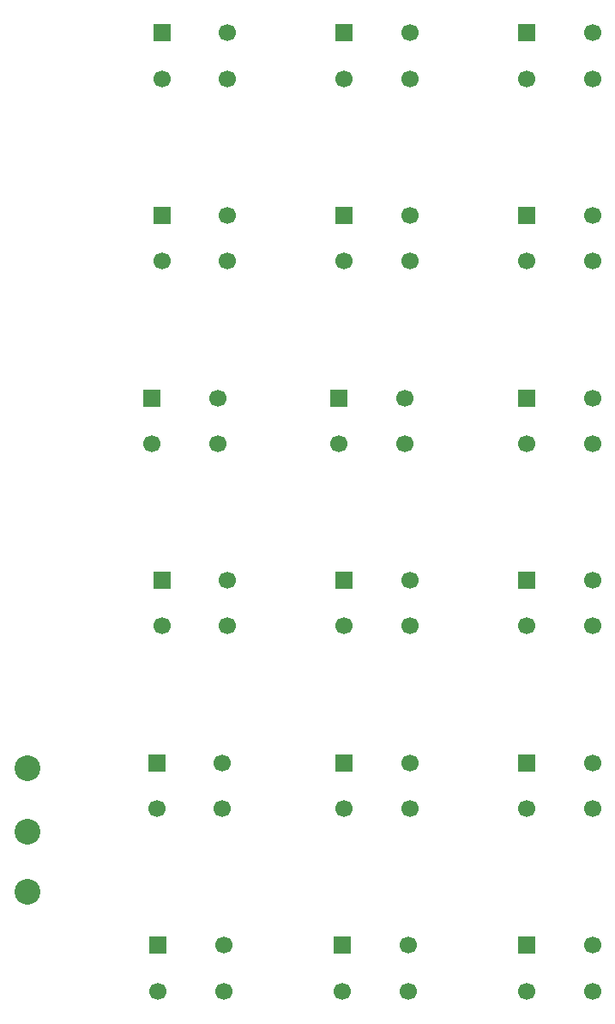
<source format=gbr>
G04 DipTrace 3.3.1.1*
G04 Bottom.gbr*
%MOIN*%
G04 #@! TF.FileFunction,Copper,L2,Bot*
G04 #@! TF.Part,Single*
G04 #@! TA.AperFunction,ComponentPad*
%ADD17C,0.1*%
%ADD18R,0.066929X0.066929*%
%ADD19C,0.066929*%
%FSLAX26Y26*%
G04*
G70*
G90*
G75*
G01*
G04 Bottom*
%LPD*%
D17*
X472756Y1348740D3*
Y866457D3*
Y1102677D3*
D18*
X994409Y4203071D3*
D19*
Y4025906D3*
X1250315D3*
Y4203071D3*
D18*
X1703071D3*
D19*
Y4025906D3*
X1958976D3*
Y4203071D3*
D18*
X2411732D3*
D19*
Y4025906D3*
X2667638D3*
Y4203071D3*
D18*
X994409Y3494409D3*
D19*
Y3317244D3*
X1250315D3*
Y3494409D3*
D18*
X1703071D3*
D19*
Y3317244D3*
X1958976D3*
Y3494409D3*
D18*
X2411732D3*
D19*
Y3317244D3*
X2667638D3*
Y3494409D3*
D18*
X955039Y2785748D3*
D19*
Y2608583D3*
X1210945D3*
Y2785748D3*
D18*
X1683386D3*
D19*
Y2608583D3*
X1939291D3*
Y2785748D3*
D18*
X2411732D3*
D19*
Y2608583D3*
X2667638D3*
Y2785748D3*
D18*
X994409Y2077087D3*
D19*
Y1899921D3*
X1250315D3*
Y2077087D3*
D18*
X1703071D3*
D19*
Y1899921D3*
X1958976D3*
Y2077087D3*
D18*
X2411732D3*
D19*
Y1899921D3*
X2667638D3*
Y2077087D3*
D18*
X1703071Y1368425D3*
D19*
Y1191260D3*
X1958976D3*
Y1368425D3*
D18*
X2411732D3*
D19*
Y1191260D3*
X2667638D3*
Y1368425D3*
D18*
X979723Y659764D3*
D19*
Y482598D3*
X1235629D3*
Y659764D3*
D18*
X1695728D3*
D19*
Y482598D3*
X1951634D3*
Y659764D3*
D18*
X2411732D3*
D19*
Y482598D3*
X2667638D3*
Y659764D3*
D18*
X974724Y1368425D3*
D19*
Y1191260D3*
X1230630D3*
Y1368425D3*
M02*

</source>
